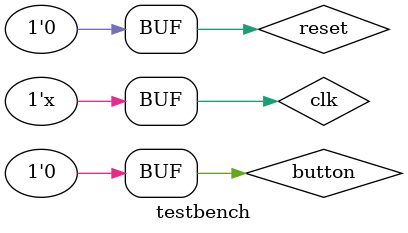
<source format=v>
`timescale 1ns/1ns
module testbench;
    wire [6:0] LED;

    reg clk, reset;
    wire an3, an2, an1, an0, A, B, C, D, E, F, G, dp;
    reg button;

    FourDigitLeDriver FourDigitLeDriver_inst(reset, clk, button, an3, an2, an1, an0, A, B, C, D, E, F, G, dp);

    initial 
        begin
            clk = 0;
            reset = 0;
            button = 0;
            #10 reset = 1;      //reset gia arxikopoisi
            #100 reset = 0;

            #2500 button = 1;   //proto button
            #1000 button = 0;

            #2500 button = 1;   
            #1000 button = 0;

            #2500 button = 1;   
            #1000 button = 0;

            #2500 button = 1;   
            #1000 button = 0;

            #2500 button = 1;   
            #1000 button = 0;

            #2500 button = 1;   
            #1000 button = 0;

            #2500 button = 1;   
            #1000 button = 0;

            #2500 button = 1;   
            #1000 button = 0;

            #2500 button = 1;   
            #1000 button = 0;

            #2500 button = 1;   
            #1000 button = 0;

            #2500 button = 1;   
            #1000 button = 0;

            #2500 button = 1;   
            #1000 button = 0;

            #2500 button = 1;   
            #1000 button = 0;

            #2500 button = 1;   
            #1000 button = 0;

            #2500 button = 1;   
            #1000 button = 0;

            #2500 button = 1;   
            #1000 button = 0;

            #2500 button = 1;       //18o button
            #1000 button = 0;            

            #4000 reset = 1;        // reset
            #1000 reset = 0;        // sinolika 64000ns testbench gia olo
        end 

    always #5 clk =~clk;        //  fpga clock

    // always @(LED or button) 
    // begin
    //     $monitor("Button is %d and led is %b\n", button, LED);
    // end
    assign LED = {A, B, C, D, E, F, G};     // gia na exo mia metavliti led kai gia ta 7 simata

endmodule
</source>
